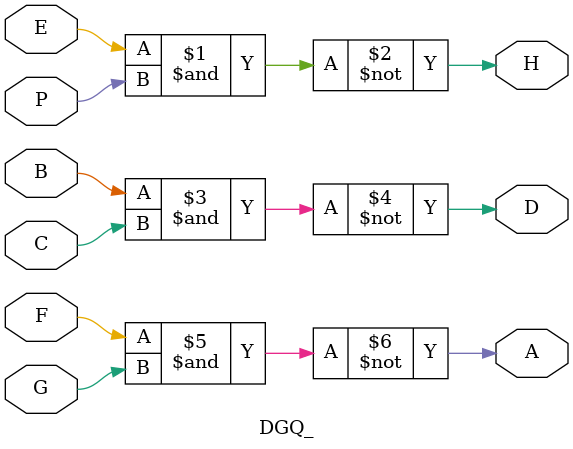
<source format=v>
module DGQ_ ( E, P, H, B, C, D, F, G, A );
//            T  T  T  T  T  T  T  T  T
  input E, P, B, C, F, G;
  output H, D, A;

  // Clock + AND with emitter follower driver: +MAD
  // Drawing 729857, production drawing 370342

  // All inputs up, T4 is on, T3 is off, output is down
  // One input down, T4 is off, T3 is on, output is up
  // Max Delay usec  CTDL Clock
  //  turn on        0.10 0.26
  //  turn off       0.25 0.12

  assign H = ~(E & P);
  assign D = ~(B & C);
  assign A = ~(F & G);

endmodule

</source>
